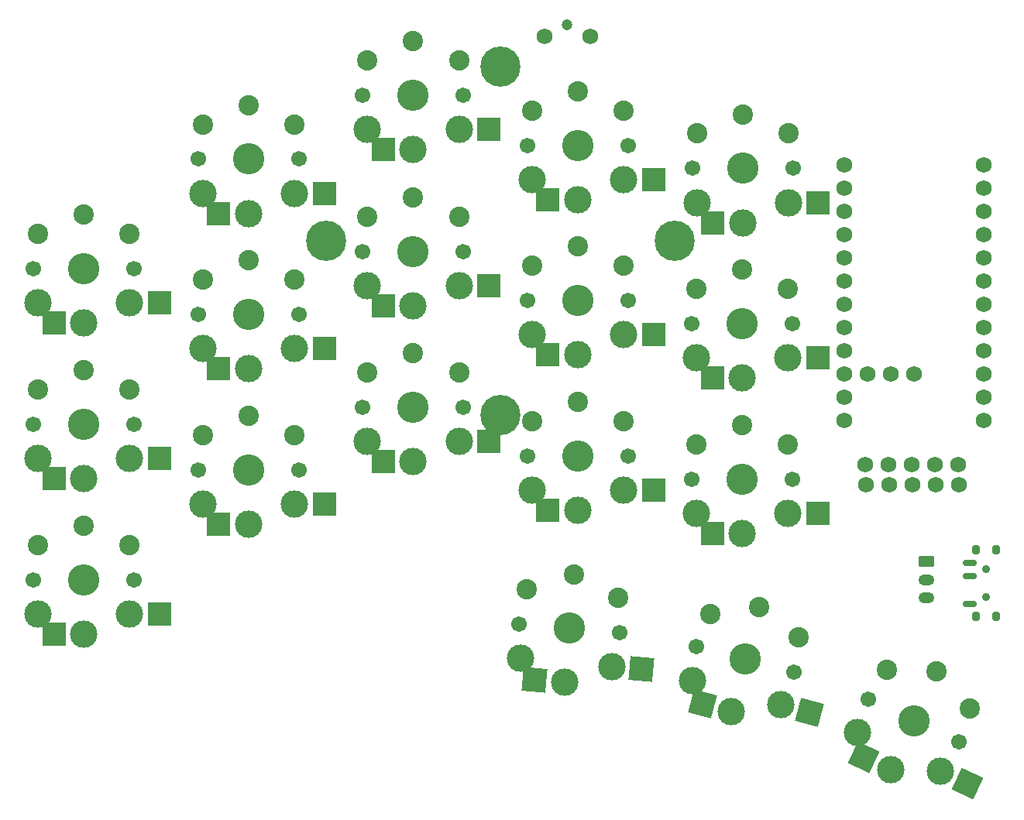
<source format=gbr>
%TF.GenerationSoftware,KiCad,Pcbnew,(6.0.0)*%
%TF.CreationDate,2022-10-21T13:54:34-07:00*%
%TF.ProjectId,half-swept,68616c66-2d73-4776-9570-742e6b696361,rev?*%
%TF.SameCoordinates,Original*%
%TF.FileFunction,Soldermask,Top*%
%TF.FilePolarity,Negative*%
%FSLAX46Y46*%
G04 Gerber Fmt 4.6, Leading zero omitted, Abs format (unit mm)*
G04 Created by KiCad (PCBNEW (6.0.0)) date 2022-10-21 13:54:34*
%MOMM*%
%LPD*%
G01*
G04 APERTURE LIST*
G04 Aperture macros list*
%AMRoundRect*
0 Rectangle with rounded corners*
0 $1 Rounding radius*
0 $2 $3 $4 $5 $6 $7 $8 $9 X,Y pos of 4 corners*
0 Add a 4 corners polygon primitive as box body*
4,1,4,$2,$3,$4,$5,$6,$7,$8,$9,$2,$3,0*
0 Add four circle primitives for the rounded corners*
1,1,$1+$1,$2,$3*
1,1,$1+$1,$4,$5*
1,1,$1+$1,$6,$7*
1,1,$1+$1,$8,$9*
0 Add four rect primitives between the rounded corners*
20,1,$1+$1,$2,$3,$4,$5,0*
20,1,$1+$1,$4,$5,$6,$7,0*
20,1,$1+$1,$6,$7,$8,$9,0*
20,1,$1+$1,$8,$9,$2,$3,0*%
%AMRotRect*
0 Rectangle, with rotation*
0 The origin of the aperture is its center*
0 $1 length*
0 $2 width*
0 $3 Rotation angle, in degrees counterclockwise*
0 Add horizontal line*
21,1,$1,$2,0,0,$3*%
G04 Aperture macros list end*
%ADD10C,1.200000*%
%ADD11C,1.750000*%
%ADD12C,3.000000*%
%ADD13C,3.429000*%
%ADD14C,1.701800*%
%ADD15R,2.600000X2.600000*%
%ADD16C,2.232000*%
%ADD17RotRect,2.600000X2.600000X155.000000*%
%ADD18RotRect,2.600000X2.600000X165.000000*%
%ADD19C,4.400000*%
%ADD20C,1.752600*%
%ADD21RoundRect,0.200000X0.200000X-0.300000X0.200000X0.300000X-0.200000X0.300000X-0.200000X-0.300000X0*%
%ADD22C,0.900000*%
%ADD23RoundRect,0.175000X0.575000X-0.175000X0.575000X0.175000X-0.575000X0.175000X-0.575000X-0.175000X0*%
%ADD24RotRect,2.600000X2.600000X175.000000*%
%ADD25RoundRect,0.250000X-0.625000X0.350000X-0.625000X-0.350000X0.625000X-0.350000X0.625000X0.350000X0*%
%ADD26O,1.750000X1.200000*%
G04 APERTURE END LIST*
D10*
%TO.C,RSW1*%
X75451865Y-14657504D03*
D11*
X72951865Y-15867504D03*
X77951865Y-15867504D03*
%TD*%
D12*
%TO.C,SW2*%
X27626865Y-45055002D03*
D13*
X22626865Y-41305002D03*
D12*
X17626865Y-45055002D03*
D14*
X28126865Y-41305002D03*
X17126865Y-41305002D03*
D12*
X22626865Y-47255002D03*
D15*
X19351865Y-47255002D03*
D16*
X22626865Y-35405002D03*
X17626865Y-37505002D03*
X27626865Y-37505002D03*
D15*
X30901865Y-45055002D03*
%TD*%
D14*
%TO.C,SW3*%
X46126867Y-29305002D03*
D12*
X45626867Y-33055002D03*
D14*
X35126867Y-29305002D03*
D12*
X40626867Y-35255002D03*
D13*
X40626867Y-29305002D03*
D12*
X35626867Y-33055002D03*
D16*
X40626867Y-23405002D03*
D15*
X37351867Y-35255002D03*
D16*
X45626867Y-25505002D03*
X35626867Y-25505002D03*
D15*
X48901867Y-33055002D03*
%TD*%
D12*
%TO.C,SW4*%
X63626864Y-26055002D03*
D13*
X58626864Y-22305002D03*
D14*
X53126864Y-22305002D03*
X64126864Y-22305002D03*
D12*
X58626864Y-28255002D03*
X53626864Y-26055002D03*
D15*
X55351864Y-28255002D03*
D16*
X58626864Y-16405002D03*
X53626864Y-18505002D03*
X63626864Y-18505002D03*
D15*
X66901864Y-26055002D03*
%TD*%
D12*
%TO.C,SW5*%
X76626865Y-33755003D03*
D14*
X71126865Y-27805003D03*
D12*
X81626865Y-31555003D03*
X71626865Y-31555003D03*
D13*
X76626865Y-27805003D03*
D14*
X82126865Y-27805003D03*
D15*
X73351865Y-33755003D03*
D16*
X76626865Y-21905003D03*
X81626865Y-24005003D03*
D15*
X84901865Y-31555003D03*
D16*
X71626865Y-24005003D03*
%TD*%
D12*
%TO.C,SW6*%
X99626863Y-34055002D03*
D13*
X94626863Y-30305002D03*
D12*
X94626863Y-36255002D03*
D14*
X89126863Y-30305002D03*
D12*
X89626863Y-34055002D03*
D14*
X100126863Y-30305002D03*
D15*
X91351863Y-36255002D03*
D16*
X94626863Y-24405002D03*
D15*
X102901863Y-34055002D03*
D16*
X99626863Y-26505002D03*
X89626863Y-26505002D03*
%TD*%
D12*
%TO.C,SW8*%
X27626865Y-62055002D03*
D13*
X22626865Y-58305002D03*
D12*
X17626865Y-62055002D03*
D14*
X28126865Y-58305002D03*
D12*
X22626865Y-64255002D03*
D14*
X17126865Y-58305002D03*
D16*
X22626865Y-52405002D03*
D15*
X19351865Y-64255002D03*
D16*
X27626865Y-54505002D03*
D15*
X30901865Y-62055002D03*
D16*
X17626865Y-54505002D03*
%TD*%
D14*
%TO.C,SW9*%
X35126867Y-46279002D03*
D12*
X35626867Y-50029002D03*
D13*
X40626867Y-46279002D03*
D14*
X46126867Y-46279002D03*
D12*
X40626867Y-52229002D03*
X45626867Y-50029002D03*
D15*
X37351867Y-52229002D03*
D16*
X40626867Y-40379002D03*
X45626867Y-42479002D03*
X35626867Y-42479002D03*
D15*
X48901867Y-50029002D03*
%TD*%
D12*
%TO.C,SW10*%
X58626866Y-45371002D03*
D14*
X64126866Y-39421002D03*
D13*
X58626866Y-39421002D03*
D14*
X53126866Y-39421002D03*
D12*
X63626866Y-43171002D03*
X53626866Y-43171002D03*
D16*
X58626866Y-33521002D03*
D15*
X55351866Y-45371002D03*
D16*
X53626866Y-35621002D03*
D15*
X66901866Y-43171002D03*
D16*
X63626866Y-35621002D03*
%TD*%
D14*
%TO.C,SW11*%
X82126867Y-44755005D03*
D13*
X76626867Y-44755005D03*
D12*
X76626867Y-50705005D03*
X71626867Y-48505005D03*
X81626867Y-48505005D03*
D14*
X71126867Y-44755005D03*
D16*
X76626867Y-38855005D03*
D15*
X73351867Y-50705005D03*
X84901867Y-48505005D03*
D16*
X71626867Y-40955005D03*
X81626867Y-40955005D03*
%TD*%
D13*
%TO.C,SW12*%
X94606865Y-47295002D03*
D14*
X89106865Y-47295002D03*
D12*
X99606865Y-51045002D03*
X94606865Y-53245002D03*
X89606865Y-51045002D03*
D14*
X100106865Y-47295002D03*
D15*
X91331865Y-53245002D03*
D16*
X94606865Y-41395002D03*
D15*
X102881865Y-51045002D03*
D16*
X89606865Y-43495002D03*
X99606865Y-43495002D03*
%TD*%
D12*
%TO.C,SW14*%
X27626865Y-79054999D03*
D14*
X28126865Y-75304999D03*
D13*
X22626865Y-75304999D03*
D14*
X17126865Y-75304999D03*
D12*
X22626865Y-81254999D03*
X17626865Y-79054999D03*
D15*
X19351865Y-81254999D03*
D16*
X22626865Y-69404999D03*
D15*
X30901865Y-79054999D03*
D16*
X27626865Y-71504999D03*
X17626865Y-71504999D03*
%TD*%
D12*
%TO.C,SW15*%
X45626864Y-67047001D03*
D13*
X40626864Y-63297001D03*
D12*
X35626864Y-67047001D03*
D14*
X46126864Y-63297001D03*
X35126864Y-63297001D03*
D12*
X40626864Y-69247001D03*
D15*
X37351864Y-69247001D03*
D16*
X40626864Y-57397001D03*
X35626864Y-59497001D03*
X45626864Y-59497001D03*
D15*
X48901864Y-67047001D03*
%TD*%
D12*
%TO.C,SW16*%
X53626863Y-60189003D03*
X63626863Y-60189003D03*
D13*
X58626863Y-56439003D03*
D14*
X53126863Y-56439003D03*
D12*
X58626863Y-62389003D03*
D14*
X64126863Y-56439003D03*
D15*
X55351863Y-62389003D03*
D16*
X58626863Y-50539003D03*
X63626863Y-52639003D03*
D15*
X66901863Y-60189003D03*
D16*
X53626863Y-52639003D03*
%TD*%
D12*
%TO.C,SW17*%
X81626865Y-65523005D03*
D14*
X71126865Y-61773005D03*
D12*
X71626865Y-65523005D03*
D13*
X76626865Y-61773005D03*
D14*
X82126865Y-61773005D03*
D12*
X76626865Y-67723005D03*
D16*
X76626865Y-55873005D03*
D15*
X73351865Y-67723005D03*
D16*
X71626865Y-57973005D03*
X81626865Y-57973005D03*
D15*
X84901865Y-65523005D03*
%TD*%
D14*
%TO.C,SW18*%
X89100519Y-64313002D03*
D13*
X94600519Y-64313002D03*
D12*
X99600519Y-68063002D03*
X89600519Y-68063002D03*
D14*
X100100519Y-64313002D03*
D12*
X94600519Y-70263002D03*
D15*
X91325519Y-70263002D03*
D16*
X94600519Y-58413002D03*
X99600519Y-60513002D03*
X89600519Y-60513002D03*
D15*
X102875519Y-68063002D03*
%TD*%
D12*
%TO.C,SW20*%
X107210510Y-91990563D03*
D14*
X118311560Y-93029400D03*
D13*
X113326867Y-90705000D03*
D12*
X116273587Y-96216746D03*
D14*
X108342174Y-88380600D03*
D12*
X110812288Y-96097531D03*
D16*
X115820315Y-85357784D03*
D17*
X107844130Y-94713457D03*
D16*
X119464355Y-89374122D03*
X110401277Y-85147939D03*
D17*
X119241745Y-97600820D03*
%TD*%
D12*
%TO.C,SW21*%
X93386890Y-89752262D03*
D13*
X94926863Y-84005003D03*
D14*
X89614271Y-82581498D03*
D12*
X98785921Y-88921320D03*
D14*
X100239455Y-85428508D03*
D12*
X89126662Y-86333130D03*
D16*
X96453895Y-78306041D03*
D18*
X90223483Y-88904629D03*
D16*
X91080746Y-79040390D03*
D18*
X101949328Y-89768952D03*
D16*
X100740005Y-81628580D03*
%TD*%
D19*
%TO.C,REF\u002A\u002A*%
X49076866Y-38205003D03*
X68126866Y-57255003D03*
X68126866Y-19155003D03*
X87176866Y-38205003D03*
%TD*%
D20*
%TO.C,U1*%
X105756864Y-29971752D03*
X105756864Y-32511752D03*
X105756864Y-35051752D03*
X105756864Y-37591752D03*
X105756864Y-40131752D03*
X105756864Y-42671752D03*
X105756864Y-45211752D03*
X105756864Y-47751752D03*
X105756864Y-50291752D03*
X105756864Y-52831752D03*
X105756864Y-55371752D03*
X105756864Y-57911752D03*
X120996864Y-57911752D03*
X120996864Y-55371752D03*
X120996864Y-52831752D03*
X120996864Y-50291752D03*
X120996864Y-47751752D03*
X120996864Y-45211752D03*
X120996864Y-42671752D03*
X120996864Y-40131752D03*
X120996864Y-37591752D03*
X120996864Y-35051752D03*
X120996864Y-32511752D03*
X120996864Y-29971752D03*
X108296864Y-52831752D03*
X110836864Y-52831752D03*
X113376864Y-52831752D03*
%TD*%
D21*
%TO.C,SW7*%
X120113065Y-79332291D03*
D22*
X121223065Y-74182291D03*
D21*
X122323065Y-79332291D03*
X122323065Y-72032291D03*
D22*
X121223065Y-77182291D03*
D21*
X120113065Y-72032291D03*
D23*
X119463065Y-77932291D03*
X119463065Y-74932291D03*
X119463065Y-73432291D03*
%TD*%
D12*
%TO.C,SW1*%
X70369056Y-83904951D03*
X75158287Y-86532358D03*
D14*
X70197793Y-80125643D03*
X81155935Y-81084357D03*
D12*
X80331003Y-84776509D03*
D13*
X75676864Y-80605000D03*
D16*
X76191083Y-74727451D03*
D24*
X71895750Y-86246923D03*
D16*
X80989029Y-77255239D03*
X71027082Y-76383681D03*
D24*
X83593541Y-85061944D03*
%TD*%
D25*
%TO.C,J1*%
X114733066Y-73312291D03*
D26*
X114733066Y-75312291D03*
X114733066Y-77312291D03*
%TD*%
D20*
%TO.C,Display1*%
X108073066Y-62702292D03*
X110613066Y-62702292D03*
X113153066Y-62702292D03*
X115693066Y-62702292D03*
X118233066Y-62702292D03*
%TD*%
%TO.C,Display2*%
X118253066Y-64882293D03*
X115713066Y-64882293D03*
X113173066Y-64882293D03*
X110633066Y-64882293D03*
X108093066Y-64882293D03*
%TD*%
D22*
%TO.C,SW13*%
X121223066Y-74172292D03*
X121223066Y-77172292D03*
%TD*%
M02*

</source>
